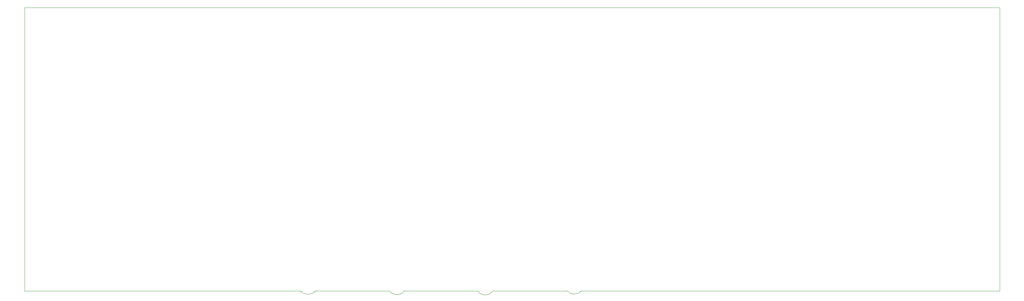
<source format=gm1>
G04 #@! TF.GenerationSoftware,KiCad,Pcbnew,(6.0.1)*
G04 #@! TF.CreationDate,2022-02-08T20:19:43+09:00*
G04 #@! TF.ProjectId,PCB_design_try,5043425f-6465-4736-9967-6e5f7472792e,rev?*
G04 #@! TF.SameCoordinates,Original*
G04 #@! TF.FileFunction,Profile,NP*
%FSLAX46Y46*%
G04 Gerber Fmt 4.6, Leading zero omitted, Abs format (unit mm)*
G04 Created by KiCad (PCBNEW (6.0.1)) date 2022-02-08 20:19:43*
%MOMM*%
%LPD*%
G01*
G04 APERTURE LIST*
G04 #@! TA.AperFunction,Profile*
%ADD10C,0.100000*%
G04 #@! TD*
G04 APERTURE END LIST*
D10*
X167426250Y-92843750D02*
X147316250Y-92833750D01*
X167419935Y-92848608D02*
G75*
G03*
X171076250Y-92833750I1822490J1402052D01*
G01*
X95666250Y-92823750D02*
X21568750Y-92833750D01*
X119606250Y-92833750D02*
X99706250Y-92842087D01*
X143316250Y-92843750D02*
X123566250Y-92833750D01*
X21568750Y-16633750D02*
X283506250Y-16633750D01*
X21568750Y-92833750D02*
X21568750Y-16633750D01*
X283506250Y-92833750D02*
X171076250Y-92833750D01*
X283506250Y-16633750D02*
X283506250Y-92833750D01*
X143312638Y-92846005D02*
G75*
G03*
X147316250Y-92833750I1998007J1247360D01*
G01*
X95666250Y-92823750D02*
G75*
G03*
X99706250Y-92842087I2027501J1643516D01*
G01*
X119606250Y-92833750D02*
G75*
G03*
X123566250Y-92833750I1980000J1330859D01*
G01*
M02*

</source>
